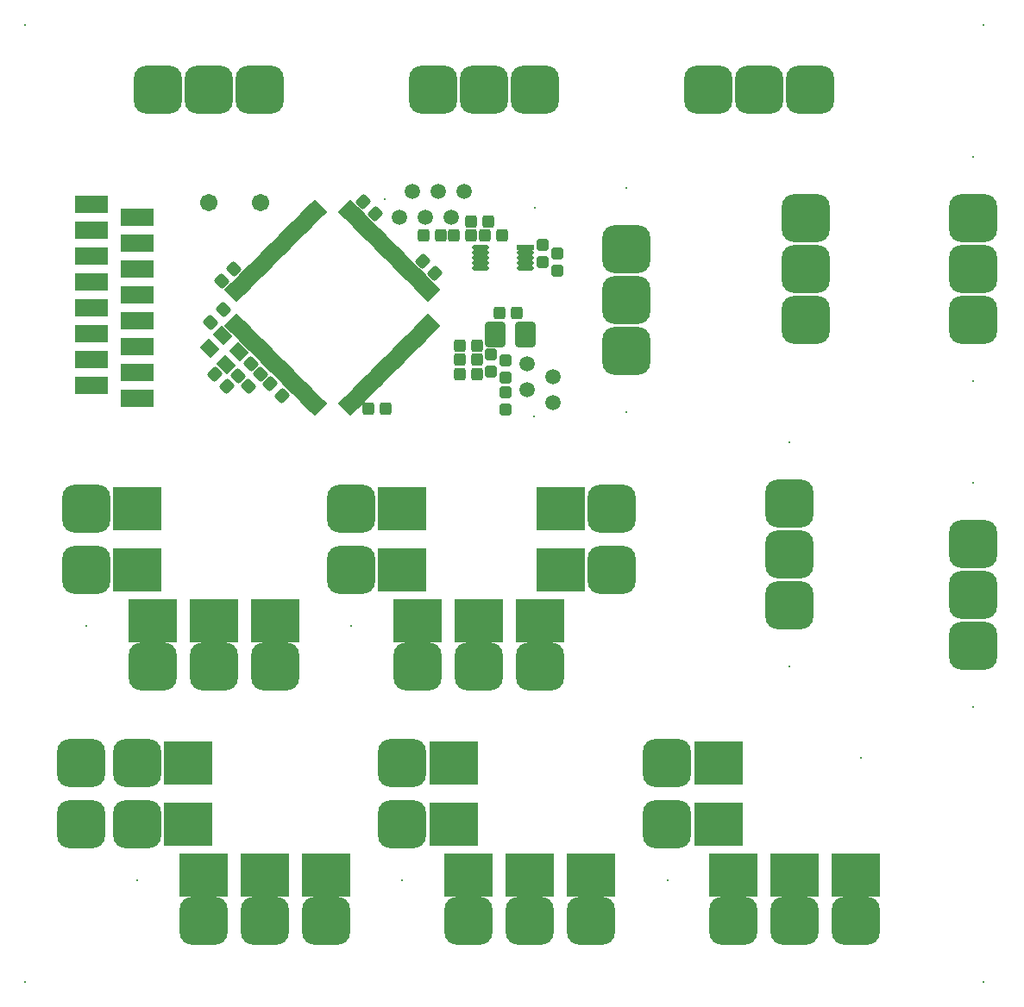
<source format=gbs>
G04*
G04 #@! TF.GenerationSoftware,Altium Limited,Altium Designer,18.1.7 (191)*
G04*
G04 Layer_Color=16711935*
%FSLAX43Y43*%
%MOMM*%
G71*
G01*
G75*
G04:AMPARAMS|DCode=58|XSize=1.203mm|YSize=1.103mm|CornerRadius=0.214mm|HoleSize=0mm|Usage=FLASHONLY|Rotation=0.000|XOffset=0mm|YOffset=0mm|HoleType=Round|Shape=RoundedRectangle|*
%AMROUNDEDRECTD58*
21,1,1.203,0.675,0,0,0.0*
21,1,0.775,1.103,0,0,0.0*
1,1,0.428,0.388,-0.338*
1,1,0.428,-0.388,-0.338*
1,1,0.428,-0.388,0.338*
1,1,0.428,0.388,0.338*
%
%ADD58ROUNDEDRECTD58*%
G04:AMPARAMS|DCode=59|XSize=1.203mm|YSize=1.103mm|CornerRadius=0.214mm|HoleSize=0mm|Usage=FLASHONLY|Rotation=135.000|XOffset=0mm|YOffset=0mm|HoleType=Round|Shape=RoundedRectangle|*
%AMROUNDEDRECTD59*
21,1,1.203,0.675,0,0,135.0*
21,1,0.775,1.103,0,0,135.0*
1,1,0.428,-0.035,0.513*
1,1,0.428,0.513,-0.035*
1,1,0.428,0.035,-0.513*
1,1,0.428,-0.513,0.035*
%
%ADD59ROUNDEDRECTD59*%
G04:AMPARAMS|DCode=60|XSize=1.203mm|YSize=1.103mm|CornerRadius=0.214mm|HoleSize=0mm|Usage=FLASHONLY|Rotation=90.000|XOffset=0mm|YOffset=0mm|HoleType=Round|Shape=RoundedRectangle|*
%AMROUNDEDRECTD60*
21,1,1.203,0.675,0,0,90.0*
21,1,0.775,1.103,0,0,90.0*
1,1,0.428,0.338,0.388*
1,1,0.428,0.338,-0.388*
1,1,0.428,-0.338,-0.388*
1,1,0.428,-0.338,0.388*
%
%ADD60ROUNDEDRECTD60*%
G04:AMPARAMS|DCode=67|XSize=2.503mm|YSize=2.003mm|CornerRadius=0.327mm|HoleSize=0mm|Usage=FLASHONLY|Rotation=90.000|XOffset=0mm|YOffset=0mm|HoleType=Round|Shape=RoundedRectangle|*
%AMROUNDEDRECTD67*
21,1,2.503,1.350,0,0,90.0*
21,1,1.850,2.003,0,0,90.0*
1,1,0.653,0.675,0.925*
1,1,0.653,0.675,-0.925*
1,1,0.653,-0.675,-0.925*
1,1,0.653,-0.675,0.925*
%
%ADD67ROUNDEDRECTD67*%
%ADD74C,0.203*%
G04:AMPARAMS|DCode=75|XSize=4.703mm|YSize=4.703mm|CornerRadius=1.227mm|HoleSize=0mm|Usage=FLASHONLY|Rotation=0.000|XOffset=0mm|YOffset=0mm|HoleType=Round|Shape=RoundedRectangle|*
%AMROUNDEDRECTD75*
21,1,4.703,2.250,0,0,0.0*
21,1,2.250,4.703,0,0,0.0*
1,1,2.453,1.125,-1.125*
1,1,2.453,-1.125,-1.125*
1,1,2.453,-1.125,1.125*
1,1,2.453,1.125,1.125*
%
%ADD75ROUNDEDRECTD75*%
G04:AMPARAMS|DCode=76|XSize=4.703mm|YSize=4.703mm|CornerRadius=1.227mm|HoleSize=0mm|Usage=FLASHONLY|Rotation=90.000|XOffset=0mm|YOffset=0mm|HoleType=Round|Shape=RoundedRectangle|*
%AMROUNDEDRECTD76*
21,1,4.703,2.250,0,0,90.0*
21,1,2.250,4.703,0,0,90.0*
1,1,2.453,1.125,1.125*
1,1,2.453,1.125,-1.125*
1,1,2.453,-1.125,-1.125*
1,1,2.453,-1.125,1.125*
%
%ADD76ROUNDEDRECTD76*%
G04:AMPARAMS|DCode=77|XSize=4.7mm|YSize=4.7mm|CornerRadius=1.225mm|HoleSize=0mm|Usage=FLASHONLY|Rotation=0.000|XOffset=0mm|YOffset=0mm|HoleType=Round|Shape=RoundedRectangle|*
%AMROUNDEDRECTD77*
21,1,4.700,2.250,0,0,0.0*
21,1,2.250,4.700,0,0,0.0*
1,1,2.450,1.125,-1.125*
1,1,2.450,-1.125,-1.125*
1,1,2.450,-1.125,1.125*
1,1,2.450,1.125,1.125*
%
%ADD77ROUNDEDRECTD77*%
%ADD78C,0.200*%
%ADD79C,1.503*%
%ADD80C,1.703*%
%ADD81R,4.800X4.200*%
G04:AMPARAMS|DCode=82|XSize=0.503mm|YSize=1.703mm|CornerRadius=0mm|HoleSize=0mm|Usage=FLASHONLY|Rotation=45.000|XOffset=0mm|YOffset=0mm|HoleType=Round|Shape=Rectangle|*
%AMROTATEDRECTD82*
4,1,4,0.424,-0.780,-0.780,0.424,-0.424,0.780,0.780,-0.424,0.424,-0.780,0.0*
%
%ADD82ROTATEDRECTD82*%

G04:AMPARAMS|DCode=83|XSize=0.503mm|YSize=1.703mm|CornerRadius=0mm|HoleSize=0mm|Usage=FLASHONLY|Rotation=315.000|XOffset=0mm|YOffset=0mm|HoleType=Round|Shape=Rectangle|*
%AMROTATEDRECTD83*
4,1,4,-0.780,-0.424,0.424,0.780,0.780,0.424,-0.424,-0.780,-0.780,-0.424,0.0*
%
%ADD83ROTATEDRECTD83*%

G04:AMPARAMS|DCode=84|XSize=1.203mm|YSize=1.103mm|CornerRadius=0.214mm|HoleSize=0mm|Usage=FLASHONLY|Rotation=225.000|XOffset=0mm|YOffset=0mm|HoleType=Round|Shape=RoundedRectangle|*
%AMROUNDEDRECTD84*
21,1,1.203,0.675,0,0,225.0*
21,1,0.775,1.103,0,0,225.0*
1,1,0.428,-0.513,-0.035*
1,1,0.428,0.035,0.513*
1,1,0.428,0.513,0.035*
1,1,0.428,-0.035,-0.513*
%
%ADD84ROUNDEDRECTD84*%
%ADD85R,1.653X0.503*%
%ADD86O,1.653X0.503*%
G04:AMPARAMS|DCode=87|XSize=1.503mm|YSize=1.253mm|CornerRadius=0mm|HoleSize=0mm|Usage=FLASHONLY|Rotation=315.000|XOffset=0mm|YOffset=0mm|HoleType=Round|Shape=Rectangle|*
%AMROTATEDRECTD87*
4,1,4,-0.975,0.088,-0.088,0.975,0.975,-0.088,0.088,-0.975,-0.975,0.088,0.0*
%
%ADD87ROTATEDRECTD87*%

%ADD88R,3.203X1.703*%
D58*
X53800Y75400D02*
D03*
Y73700D02*
D03*
X55200Y74550D02*
D03*
Y72850D02*
D03*
X48700Y62950D02*
D03*
Y64650D02*
D03*
X50100Y59250D02*
D03*
Y60950D02*
D03*
Y62350D02*
D03*
Y64050D02*
D03*
D59*
X26101Y62701D02*
D03*
X24899Y61499D02*
D03*
X25101Y63701D02*
D03*
X23899Y62499D02*
D03*
X23441Y73001D02*
D03*
X22239Y71799D02*
D03*
X21199Y67799D02*
D03*
X22401Y69001D02*
D03*
D60*
X48050Y76300D02*
D03*
X49750D02*
D03*
X49491Y68700D02*
D03*
X51191D02*
D03*
X47350Y65500D02*
D03*
X45650D02*
D03*
X47350Y64100D02*
D03*
X45650D02*
D03*
X45050Y76300D02*
D03*
X46750D02*
D03*
X43771D02*
D03*
X42071D02*
D03*
X46750Y77700D02*
D03*
X48450D02*
D03*
X47350Y62718D02*
D03*
X45650D02*
D03*
X36650Y59300D02*
D03*
X38350D02*
D03*
D67*
X49125Y66625D02*
D03*
X52025D02*
D03*
D74*
X3000Y97000D02*
D03*
X97000D02*
D03*
Y3000D02*
D03*
X3000D02*
D03*
X96000Y52000D02*
D03*
Y30000D02*
D03*
X78000Y56000D02*
D03*
Y34000D02*
D03*
X96000Y84000D02*
D03*
Y62000D02*
D03*
X62000Y59000D02*
D03*
Y81000D02*
D03*
X38275Y79910D02*
D03*
X53000Y79000D02*
D03*
X52940Y58530D02*
D03*
D75*
X16000Y90600D02*
D03*
X21000D02*
D03*
X26000D02*
D03*
X43000D02*
D03*
X48000D02*
D03*
X53000D02*
D03*
X70000D02*
D03*
X75000D02*
D03*
X80000D02*
D03*
D76*
X79600Y68000D02*
D03*
Y73000D02*
D03*
Y78000D02*
D03*
X96000Y36000D02*
D03*
Y41000D02*
D03*
Y46000D02*
D03*
X78000Y40000D02*
D03*
Y45000D02*
D03*
Y50000D02*
D03*
X96000Y68000D02*
D03*
Y73000D02*
D03*
Y78000D02*
D03*
X62000Y75000D02*
D03*
Y70000D02*
D03*
Y65000D02*
D03*
D77*
X60500Y49500D02*
D03*
Y43500D02*
D03*
X8500Y24500D02*
D03*
Y18500D02*
D03*
X65975D02*
D03*
Y24500D02*
D03*
X34975Y43500D02*
D03*
X8975Y49500D02*
D03*
X39975Y18500D02*
D03*
Y24500D02*
D03*
X8975Y43500D02*
D03*
X34975Y49500D02*
D03*
X13975Y18500D02*
D03*
Y24500D02*
D03*
X27500Y34000D02*
D03*
X53500D02*
D03*
X32500Y9000D02*
D03*
X58500D02*
D03*
X84500D02*
D03*
X21500Y34000D02*
D03*
X47500D02*
D03*
X26500Y9000D02*
D03*
X52500D02*
D03*
X78500D02*
D03*
X15500Y34000D02*
D03*
X41500D02*
D03*
X20500Y9000D02*
D03*
X46500D02*
D03*
X72500D02*
D03*
D78*
X85000Y25000D02*
D03*
X35000Y38000D02*
D03*
X9000D02*
D03*
X66000Y13000D02*
D03*
X40000D02*
D03*
X14000D02*
D03*
D79*
X46025Y80650D02*
D03*
X44755Y78110D02*
D03*
X43485Y80650D02*
D03*
X42215Y78110D02*
D03*
X40945Y80650D02*
D03*
X39675Y78110D02*
D03*
X52200Y63740D02*
D03*
X54740Y62470D02*
D03*
X52200Y61200D02*
D03*
X54740Y59930D02*
D03*
D80*
X20960Y79500D02*
D03*
X26040D02*
D03*
D81*
X55500Y49500D02*
D03*
Y43500D02*
D03*
X45000Y24500D02*
D03*
X71000Y18500D02*
D03*
X45000D02*
D03*
X71000Y24500D02*
D03*
X14000Y43500D02*
D03*
Y49500D02*
D03*
X19000Y24500D02*
D03*
X84500Y13500D02*
D03*
X78500D02*
D03*
X72500D02*
D03*
X58500D02*
D03*
X52500D02*
D03*
X46500D02*
D03*
X32500D02*
D03*
X26500D02*
D03*
X20500D02*
D03*
X53500Y38500D02*
D03*
X47500D02*
D03*
X41500D02*
D03*
X27500D02*
D03*
X21500D02*
D03*
X15500D02*
D03*
X19000Y18500D02*
D03*
X40000Y49500D02*
D03*
X40000Y43500D02*
D03*
D82*
X34480Y59382D02*
D03*
X34833Y59736D02*
D03*
X35187Y60090D02*
D03*
X35540Y60443D02*
D03*
X35894Y60797D02*
D03*
X36247Y61150D02*
D03*
X36601Y61504D02*
D03*
X36954Y61857D02*
D03*
X37308Y62211D02*
D03*
X37661Y62564D02*
D03*
X38015Y62918D02*
D03*
X38369Y63272D02*
D03*
X38722Y63625D02*
D03*
X39076Y63979D02*
D03*
X39429Y64332D02*
D03*
X39783Y64686D02*
D03*
X40136Y65039D02*
D03*
X40490Y65393D02*
D03*
X40843Y65746D02*
D03*
X41197Y66100D02*
D03*
X41551Y66454D02*
D03*
X41904Y66807D02*
D03*
X42258Y67161D02*
D03*
X42611Y67514D02*
D03*
X42965Y67868D02*
D03*
X31793Y79040D02*
D03*
X31439Y78686D02*
D03*
X31085Y78333D02*
D03*
X30732Y77979D02*
D03*
X30378Y77626D02*
D03*
X30025Y77272D02*
D03*
X29671Y76919D02*
D03*
X29318Y76565D02*
D03*
X28964Y76212D02*
D03*
X28611Y75858D02*
D03*
X28257Y75504D02*
D03*
X27903Y75151D02*
D03*
X27550Y74797D02*
D03*
X27196Y74444D02*
D03*
X26843Y74090D02*
D03*
X26489Y73737D02*
D03*
X26136Y73383D02*
D03*
X25782Y73030D02*
D03*
X25429Y72676D02*
D03*
X25075Y72322D02*
D03*
X24721Y71969D02*
D03*
X24368Y71615D02*
D03*
X24014Y71262D02*
D03*
X23661Y70908D02*
D03*
X23307Y70555D02*
D03*
D83*
X42965D02*
D03*
X42611Y70908D02*
D03*
X42258Y71262D02*
D03*
X41904Y71615D02*
D03*
X41551Y71969D02*
D03*
X41197Y72322D02*
D03*
X40843Y72676D02*
D03*
X40490Y73030D02*
D03*
X40136Y73383D02*
D03*
X39783Y73737D02*
D03*
X39429Y74090D02*
D03*
X39076Y74444D02*
D03*
X38722Y74797D02*
D03*
X38369Y75151D02*
D03*
X38015Y75504D02*
D03*
X37661Y75858D02*
D03*
X37308Y76212D02*
D03*
X36954Y76565D02*
D03*
X36601Y76919D02*
D03*
X36247Y77272D02*
D03*
X35894Y77626D02*
D03*
X35540Y77979D02*
D03*
X35187Y78333D02*
D03*
X34833Y78686D02*
D03*
X34480Y79040D02*
D03*
X23307Y67868D02*
D03*
X23661Y67514D02*
D03*
X24014Y67161D02*
D03*
X24368Y66807D02*
D03*
X24721Y66454D02*
D03*
X25075Y66100D02*
D03*
X25429Y65746D02*
D03*
X25782Y65393D02*
D03*
X26136Y65039D02*
D03*
X26489Y64686D02*
D03*
X26843Y64332D02*
D03*
X27196Y63979D02*
D03*
X27550Y63625D02*
D03*
X27903Y63272D02*
D03*
X28257Y62918D02*
D03*
X28611Y62564D02*
D03*
X28964Y62211D02*
D03*
X29318Y61857D02*
D03*
X29671Y61504D02*
D03*
X30025Y61150D02*
D03*
X30378Y60797D02*
D03*
X30732Y60443D02*
D03*
X31085Y60090D02*
D03*
X31439Y59736D02*
D03*
X31793Y59382D02*
D03*
D84*
X37351Y78399D02*
D03*
X36149Y79601D02*
D03*
X28201Y60549D02*
D03*
X26999Y61751D02*
D03*
X41999Y73802D02*
D03*
X43201Y72600D02*
D03*
X21599Y62701D02*
D03*
X22801Y61499D02*
D03*
D85*
X52100Y75100D02*
D03*
D86*
Y74600D02*
D03*
Y74100D02*
D03*
Y73600D02*
D03*
Y73100D02*
D03*
X47700Y75100D02*
D03*
Y74600D02*
D03*
Y74100D02*
D03*
Y73600D02*
D03*
Y73100D02*
D03*
D87*
X22374Y66526D02*
D03*
X24000Y64900D02*
D03*
X22692Y63592D02*
D03*
X21066Y65218D02*
D03*
D88*
X13975Y65425D02*
D03*
X9475Y66695D02*
D03*
X13975Y67965D02*
D03*
X9475Y69235D02*
D03*
Y64155D02*
D03*
X13975Y62885D02*
D03*
X9475Y61615D02*
D03*
X13975Y60345D02*
D03*
Y70505D02*
D03*
X9475Y71775D02*
D03*
X13975Y73045D02*
D03*
X9475Y74315D02*
D03*
Y79395D02*
D03*
X13975Y78125D02*
D03*
X9475Y76855D02*
D03*
X13975Y75585D02*
D03*
M02*

</source>
